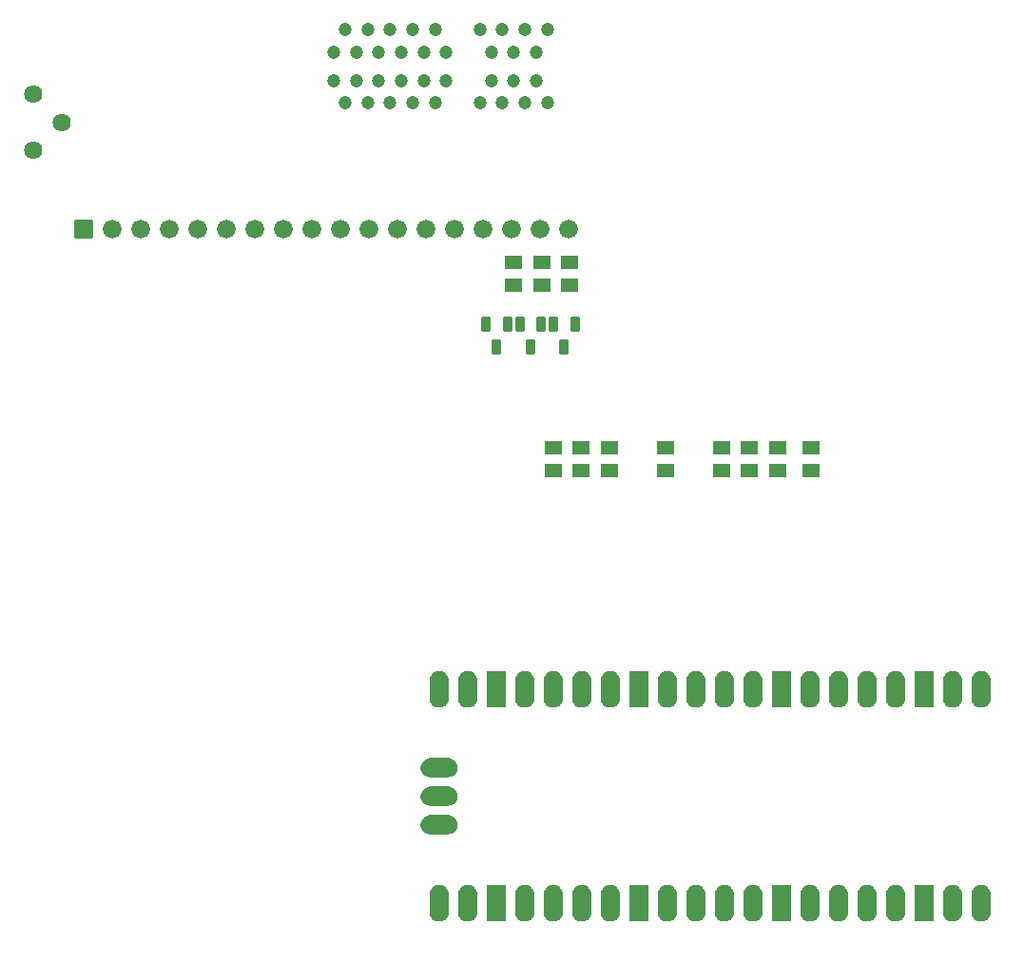
<source format=gbs>
G04 Layer: BottomSolderMaskLayer*
G04 EasyEDA v6.5.20, 2023-09-17 03:17:05*
G04 a67cddfb3fce44daa9051d46cbbcc19f,10*
G04 Gerber Generator version 0.2*
G04 Scale: 100 percent, Rotated: No, Reflected: No *
G04 Dimensions in millimeters *
G04 leading zeros omitted , absolute positions ,4 integer and 5 decimal *
%FSLAX45Y45*%
%MOMM*%

%AMMACRO1*1,1,$1,$2,$3*1,1,$1,$4,$5*1,1,$1,0-$2,0-$3*1,1,$1,0-$4,0-$5*20,1,$1,$2,$3,$4,$5,0*20,1,$1,$4,$5,0-$2,0-$3,0*20,1,$1,0-$2,0-$3,0-$4,0-$5,0*20,1,$1,0-$4,0-$5,$2,$3,0*4,1,4,$2,$3,$4,$5,0-$2,0-$3,0-$4,0-$5,$2,$3,0*%
%AMMACRO2*4,1,4,-0.8509,-1.6497,-0.8509,1.6497,0.8509,1.6497,0.8509,-1.6497,-0.8509,-1.6497,0*%
%ADD10C,1.2016*%
%ADD11MACRO1,0.1016X-0.7874X-0.7874X-0.7874X0.7874*%
%ADD12C,1.6764*%
%ADD13C,1.6256*%
%ADD14MACRO1,0.1016X0.35X-0.625X0.35X0.625*%
%ADD15MACRO1,0.1016X0.6885X0.5663X-0.6885X0.5663*%
%ADD16MACRO1,0.1016X0.6885X-0.5663X-0.6885X-0.5663*%
%ADD17MACRO1,0.1016X-0.6885X-0.5663X0.6885X-0.5663*%
%ADD18MACRO1,0.1016X-0.6885X0.5663X0.6885X0.5663*%
%ADD19MACRO2*%
%ADD20C,0.0155*%

%LPD*%
D10*
G01*
X4150106Y8674862D03*
G01*
X4350105Y8674862D03*
G01*
X4550105Y8674862D03*
G01*
X4750130Y8674862D03*
G01*
X4950129Y8674862D03*
G01*
X5350129Y8674862D03*
G01*
X5550128Y8674862D03*
G01*
X5750128Y8674862D03*
G01*
X5950127Y8674862D03*
G01*
X4050106Y8874861D03*
G01*
X4250105Y8874861D03*
G01*
X4450105Y8874861D03*
G01*
X4650104Y8874861D03*
G01*
X4850104Y8874861D03*
G01*
X5050104Y8874861D03*
G01*
X5450103Y8874861D03*
G01*
X5650102Y8874861D03*
G01*
X5850102Y8874861D03*
G01*
X5950102Y9324873D03*
G01*
X5850102Y9124873D03*
G01*
X5750102Y9324873D03*
G01*
X5650102Y9124873D03*
G01*
X5550103Y9324873D03*
G01*
X5350103Y9324873D03*
G01*
X5450103Y9124873D03*
G01*
X5050104Y9124873D03*
G01*
X4950104Y9324873D03*
G01*
X4850104Y9124873D03*
G01*
X4750104Y9324873D03*
G01*
X4650104Y9124873D03*
G01*
X4550105Y9324873D03*
G01*
X4450105Y9124873D03*
G01*
X4350105Y9324873D03*
G01*
X4250105Y9124873D03*
G01*
X4150106Y9324873D03*
G01*
X4050106Y9124873D03*
D11*
G01*
X1824888Y7549972D03*
D12*
G01*
X2078888Y7549972D03*
G01*
X2332888Y7549972D03*
G01*
X2586888Y7549972D03*
G01*
X2840888Y7549972D03*
G01*
X3094888Y7549972D03*
G01*
X3348888Y7549972D03*
G01*
X3602888Y7549972D03*
G01*
X3856888Y7549972D03*
G01*
X4110888Y7549972D03*
G01*
X4364888Y7549972D03*
G01*
X4618888Y7549972D03*
G01*
X4872888Y7549972D03*
G01*
X5126888Y7549972D03*
G01*
X5380888Y7549972D03*
G01*
X5634888Y7549972D03*
G01*
X5888888Y7549972D03*
G01*
X6142888Y7549972D03*
D13*
G01*
X1624990Y8499957D03*
G01*
X1375003Y8249970D03*
G01*
X1375003Y8749969D03*
D14*
G01*
X6004991Y6699986D03*
G01*
X6194982Y6699986D03*
G01*
X6099986Y6499987D03*
G01*
X5704992Y6699986D03*
G01*
X5894983Y6699986D03*
G01*
X5799987Y6499987D03*
G01*
X5404993Y6699986D03*
G01*
X5594983Y6699986D03*
G01*
X5499987Y6499987D03*
D15*
G01*
X5899988Y7049980D03*
D16*
G01*
X5899988Y7249990D03*
D15*
G01*
X5649988Y7049980D03*
D16*
G01*
X5649988Y7249990D03*
D15*
G01*
X6149987Y7049980D03*
D16*
G01*
X6149987Y7249990D03*
D17*
G01*
X5999987Y5599993D03*
D18*
G01*
X5999987Y5399984D03*
D17*
G01*
X6249923Y5599993D03*
D18*
G01*
X6249923Y5399984D03*
D17*
G01*
X6500114Y5599993D03*
D18*
G01*
X6500114Y5399984D03*
D17*
G01*
X6999985Y5599993D03*
D18*
G01*
X6999985Y5399984D03*
D17*
G01*
X7500112Y5599993D03*
D18*
G01*
X7500112Y5399984D03*
D17*
G01*
X7750047Y5599993D03*
D18*
G01*
X7750047Y5399984D03*
D17*
G01*
X7999984Y5599993D03*
D18*
G01*
X7999984Y5399984D03*
D17*
G01*
X8299958Y5599993D03*
D18*
G01*
X8299958Y5399984D03*
G36*
X9813036Y3287521D02*
G01*
X9802622Y3288029D01*
X9792715Y3289807D01*
X9782809Y3292855D01*
X9773411Y3297173D01*
X9764775Y3302507D01*
X9756647Y3308857D01*
X9749281Y3315970D01*
X9742931Y3324097D01*
X9737597Y3332987D01*
X9733534Y3342386D01*
X9730486Y3352037D01*
X9728454Y3362197D01*
X9727945Y3372357D01*
X9727945Y3532631D01*
X9728454Y3542792D01*
X9730486Y3552952D01*
X9733534Y3562604D01*
X9737597Y3572002D01*
X9742931Y3580892D01*
X9749281Y3589020D01*
X9756647Y3596131D01*
X9764775Y3602481D01*
X9773411Y3607815D01*
X9782809Y3612134D01*
X9792715Y3615181D01*
X9802622Y3616960D01*
X9813036Y3617468D01*
X9823195Y3616960D01*
X9833356Y3615181D01*
X9843261Y3612134D01*
X9852406Y3607815D01*
X9861295Y3602481D01*
X9869424Y3596131D01*
X9876536Y3589020D01*
X9882886Y3580892D01*
X9888220Y3572002D01*
X9892538Y3562604D01*
X9895586Y3552952D01*
X9897363Y3542792D01*
X9898125Y3532631D01*
X9898125Y3372357D01*
X9897363Y3362197D01*
X9895586Y3352037D01*
X9892538Y3342386D01*
X9888220Y3332987D01*
X9882886Y3324097D01*
X9876536Y3315970D01*
X9869424Y3308857D01*
X9861295Y3302507D01*
X9852659Y3297173D01*
X9843261Y3292855D01*
X9833356Y3289807D01*
X9823195Y3288029D01*
G37*
G36*
X9559036Y3287521D02*
G01*
X9548622Y3288029D01*
X9538715Y3289807D01*
X9528809Y3292855D01*
X9519411Y3297173D01*
X9510775Y3302507D01*
X9502647Y3308857D01*
X9495281Y3315970D01*
X9488931Y3324097D01*
X9483597Y3332987D01*
X9479534Y3342386D01*
X9476486Y3352037D01*
X9474454Y3362197D01*
X9473945Y3372357D01*
X9473945Y3532631D01*
X9474454Y3542792D01*
X9476486Y3552952D01*
X9479534Y3562604D01*
X9483597Y3572002D01*
X9488931Y3580892D01*
X9495281Y3589020D01*
X9502647Y3596131D01*
X9510775Y3602481D01*
X9519411Y3607815D01*
X9528809Y3612134D01*
X9538715Y3615181D01*
X9548622Y3616960D01*
X9559036Y3617468D01*
X9569195Y3616960D01*
X9579356Y3615181D01*
X9589261Y3612134D01*
X9598406Y3607815D01*
X9607295Y3602481D01*
X9615424Y3596131D01*
X9622536Y3589020D01*
X9628886Y3580892D01*
X9634220Y3572002D01*
X9638538Y3562604D01*
X9641586Y3552952D01*
X9643363Y3542792D01*
X9644125Y3532631D01*
X9644125Y3372357D01*
X9643363Y3362197D01*
X9641586Y3352037D01*
X9638538Y3342386D01*
X9634220Y3332987D01*
X9628886Y3324097D01*
X9622536Y3315970D01*
X9615424Y3308857D01*
X9607295Y3302507D01*
X9598659Y3297173D01*
X9589261Y3292855D01*
X9579356Y3289807D01*
X9569195Y3288029D01*
G37*
D19*
G01*
X9305035Y3452494D03*
G36*
X9051036Y3287521D02*
G01*
X9040622Y3288029D01*
X9030715Y3289807D01*
X9020809Y3292855D01*
X9011411Y3297173D01*
X9002775Y3302507D01*
X8994647Y3308857D01*
X8987281Y3315970D01*
X8980931Y3324097D01*
X8975597Y3332987D01*
X8971534Y3342386D01*
X8968486Y3352037D01*
X8966454Y3362197D01*
X8965945Y3372357D01*
X8965945Y3532631D01*
X8966454Y3542792D01*
X8968486Y3552952D01*
X8971534Y3562604D01*
X8975597Y3572002D01*
X8980931Y3580892D01*
X8987281Y3589020D01*
X8994647Y3596131D01*
X9002775Y3602481D01*
X9011411Y3607815D01*
X9020809Y3612134D01*
X9030715Y3615181D01*
X9040622Y3616960D01*
X9051036Y3617468D01*
X9061195Y3616960D01*
X9071356Y3615181D01*
X9081261Y3612134D01*
X9090406Y3607815D01*
X9099295Y3602481D01*
X9107424Y3596131D01*
X9114536Y3589020D01*
X9120886Y3580892D01*
X9126220Y3572002D01*
X9130538Y3562604D01*
X9133586Y3552952D01*
X9135363Y3542792D01*
X9136125Y3532631D01*
X9136125Y3372357D01*
X9135363Y3362197D01*
X9133586Y3352037D01*
X9130538Y3342386D01*
X9126220Y3332987D01*
X9120886Y3324097D01*
X9114536Y3315970D01*
X9107424Y3308857D01*
X9099295Y3302507D01*
X9090659Y3297173D01*
X9081261Y3292855D01*
X9071356Y3289807D01*
X9061195Y3288029D01*
G37*
G36*
X8797036Y3287521D02*
G01*
X8786622Y3288029D01*
X8776715Y3289807D01*
X8766809Y3292855D01*
X8757411Y3297173D01*
X8748775Y3302507D01*
X8740647Y3308857D01*
X8733281Y3315970D01*
X8726931Y3324097D01*
X8721597Y3332987D01*
X8717534Y3342386D01*
X8714486Y3352037D01*
X8712454Y3362197D01*
X8711945Y3372357D01*
X8711945Y3532631D01*
X8712454Y3542792D01*
X8714486Y3552952D01*
X8717534Y3562604D01*
X8721597Y3572002D01*
X8726931Y3580892D01*
X8733281Y3589020D01*
X8740647Y3596131D01*
X8748775Y3602481D01*
X8757411Y3607815D01*
X8766809Y3612134D01*
X8776715Y3615181D01*
X8786622Y3616960D01*
X8797036Y3617468D01*
X8807195Y3616960D01*
X8817356Y3615181D01*
X8827261Y3612134D01*
X8836406Y3607815D01*
X8845295Y3602481D01*
X8853424Y3596131D01*
X8860536Y3589020D01*
X8866886Y3580892D01*
X8872220Y3572002D01*
X8876538Y3562604D01*
X8879586Y3552952D01*
X8881363Y3542792D01*
X8882125Y3532631D01*
X8882125Y3372357D01*
X8881363Y3362197D01*
X8879586Y3352037D01*
X8876538Y3342386D01*
X8872220Y3332987D01*
X8866886Y3324097D01*
X8860536Y3315970D01*
X8853424Y3308857D01*
X8845295Y3302507D01*
X8836659Y3297173D01*
X8827261Y3292855D01*
X8817356Y3289807D01*
X8807195Y3288029D01*
G37*
G36*
X8543036Y3287521D02*
G01*
X8532622Y3288029D01*
X8522715Y3289807D01*
X8512809Y3292855D01*
X8503411Y3297173D01*
X8494775Y3302507D01*
X8486647Y3308857D01*
X8479281Y3315970D01*
X8472931Y3324097D01*
X8467597Y3332987D01*
X8463534Y3342386D01*
X8460486Y3352037D01*
X8458454Y3362197D01*
X8457945Y3372357D01*
X8457945Y3532631D01*
X8458454Y3542792D01*
X8460486Y3552952D01*
X8463534Y3562604D01*
X8467597Y3572002D01*
X8472931Y3580892D01*
X8479281Y3589020D01*
X8486647Y3596131D01*
X8494775Y3602481D01*
X8503411Y3607815D01*
X8512809Y3612134D01*
X8522715Y3615181D01*
X8532622Y3616960D01*
X8543036Y3617468D01*
X8553195Y3616960D01*
X8563356Y3615181D01*
X8573261Y3612134D01*
X8582406Y3607815D01*
X8591295Y3602481D01*
X8599424Y3596131D01*
X8606536Y3589020D01*
X8612886Y3580892D01*
X8618220Y3572002D01*
X8622538Y3562604D01*
X8625586Y3552952D01*
X8627363Y3542792D01*
X8628125Y3532631D01*
X8628125Y3372357D01*
X8627363Y3362197D01*
X8625586Y3352037D01*
X8622538Y3342386D01*
X8618220Y3332987D01*
X8612886Y3324097D01*
X8606536Y3315970D01*
X8599424Y3308857D01*
X8591295Y3302507D01*
X8582659Y3297173D01*
X8573261Y3292855D01*
X8563356Y3289807D01*
X8553195Y3288029D01*
G37*
G36*
X8289036Y3287521D02*
G01*
X8278622Y3288029D01*
X8268715Y3289807D01*
X8258809Y3292855D01*
X8249411Y3297173D01*
X8240775Y3302507D01*
X8232647Y3308857D01*
X8225281Y3315970D01*
X8218931Y3324097D01*
X8213597Y3332987D01*
X8209534Y3342386D01*
X8206486Y3352037D01*
X8204454Y3362197D01*
X8203945Y3372357D01*
X8203945Y3532631D01*
X8204454Y3542792D01*
X8206486Y3552952D01*
X8209534Y3562604D01*
X8213597Y3572002D01*
X8218931Y3580892D01*
X8225281Y3589020D01*
X8232647Y3596131D01*
X8240775Y3602481D01*
X8249411Y3607815D01*
X8258809Y3612134D01*
X8268715Y3615181D01*
X8278622Y3616960D01*
X8289036Y3617468D01*
X8299195Y3616960D01*
X8309356Y3615181D01*
X8319261Y3612134D01*
X8328406Y3607815D01*
X8337295Y3602481D01*
X8345424Y3596131D01*
X8352536Y3589020D01*
X8358886Y3580892D01*
X8364220Y3572002D01*
X8368538Y3562604D01*
X8371586Y3552952D01*
X8373363Y3542792D01*
X8374125Y3532631D01*
X8374125Y3372357D01*
X8373363Y3362197D01*
X8371586Y3352037D01*
X8368538Y3342386D01*
X8364220Y3332987D01*
X8358886Y3324097D01*
X8352536Y3315970D01*
X8345424Y3308857D01*
X8337295Y3302507D01*
X8328659Y3297173D01*
X8319261Y3292855D01*
X8309356Y3289807D01*
X8299195Y3288029D01*
G37*
G01*
X8035035Y3452494D03*
G36*
X7781036Y3287521D02*
G01*
X7770622Y3288029D01*
X7760715Y3289807D01*
X7750809Y3292855D01*
X7741411Y3297173D01*
X7732775Y3302507D01*
X7724647Y3308857D01*
X7717281Y3315970D01*
X7710931Y3324097D01*
X7705597Y3332987D01*
X7701534Y3342386D01*
X7698486Y3352037D01*
X7696454Y3362197D01*
X7695945Y3372357D01*
X7695945Y3532631D01*
X7696454Y3542792D01*
X7698486Y3552952D01*
X7701534Y3562604D01*
X7705597Y3572002D01*
X7710931Y3580892D01*
X7717281Y3589020D01*
X7724647Y3596131D01*
X7732775Y3602481D01*
X7741411Y3607815D01*
X7750809Y3612134D01*
X7760715Y3615181D01*
X7770622Y3616960D01*
X7781036Y3617468D01*
X7791195Y3616960D01*
X7801356Y3615181D01*
X7811261Y3612134D01*
X7820406Y3607815D01*
X7829295Y3602481D01*
X7837424Y3596131D01*
X7844536Y3589020D01*
X7850886Y3580892D01*
X7856220Y3572002D01*
X7860538Y3562604D01*
X7863586Y3552952D01*
X7865363Y3542792D01*
X7866125Y3532631D01*
X7866125Y3372357D01*
X7865363Y3362197D01*
X7863586Y3352037D01*
X7860538Y3342386D01*
X7856220Y3332987D01*
X7850886Y3324097D01*
X7844536Y3315970D01*
X7837424Y3308857D01*
X7829295Y3302507D01*
X7820659Y3297173D01*
X7811261Y3292855D01*
X7801356Y3289807D01*
X7791195Y3288029D01*
G37*
G36*
X7527036Y3287521D02*
G01*
X7516622Y3288029D01*
X7506715Y3289807D01*
X7496809Y3292855D01*
X7487411Y3297173D01*
X7478775Y3302507D01*
X7470647Y3308857D01*
X7463281Y3315970D01*
X7456931Y3324097D01*
X7451597Y3332987D01*
X7447534Y3342386D01*
X7444486Y3352037D01*
X7442454Y3362197D01*
X7441945Y3372357D01*
X7441945Y3532631D01*
X7442454Y3542792D01*
X7444486Y3552952D01*
X7447534Y3562604D01*
X7451597Y3572002D01*
X7456931Y3580892D01*
X7463281Y3589020D01*
X7470647Y3596131D01*
X7478775Y3602481D01*
X7487411Y3607815D01*
X7496809Y3612134D01*
X7506715Y3615181D01*
X7516622Y3616960D01*
X7527036Y3617468D01*
X7537195Y3616960D01*
X7547356Y3615181D01*
X7557261Y3612134D01*
X7566406Y3607815D01*
X7575295Y3602481D01*
X7583424Y3596131D01*
X7590536Y3589020D01*
X7596886Y3580892D01*
X7602220Y3572002D01*
X7606538Y3562604D01*
X7609586Y3552952D01*
X7611363Y3542792D01*
X7612125Y3532631D01*
X7612125Y3372357D01*
X7611363Y3362197D01*
X7609586Y3352037D01*
X7606538Y3342386D01*
X7602220Y3332987D01*
X7596886Y3324097D01*
X7590536Y3315970D01*
X7583424Y3308857D01*
X7575295Y3302507D01*
X7566659Y3297173D01*
X7557261Y3292855D01*
X7547356Y3289807D01*
X7537195Y3288029D01*
G37*
G36*
X7273036Y3287521D02*
G01*
X7262622Y3288029D01*
X7252715Y3289807D01*
X7242809Y3292855D01*
X7233411Y3297173D01*
X7224775Y3302507D01*
X7216647Y3308857D01*
X7209281Y3315970D01*
X7202931Y3324097D01*
X7197597Y3332987D01*
X7193534Y3342386D01*
X7190486Y3352037D01*
X7188454Y3362197D01*
X7187945Y3372357D01*
X7187945Y3532631D01*
X7188454Y3542792D01*
X7190486Y3552952D01*
X7193534Y3562604D01*
X7197597Y3572002D01*
X7202931Y3580892D01*
X7209281Y3589020D01*
X7216647Y3596131D01*
X7224775Y3602481D01*
X7233411Y3607815D01*
X7242809Y3612134D01*
X7252715Y3615181D01*
X7262622Y3616960D01*
X7273036Y3617468D01*
X7283195Y3616960D01*
X7293356Y3615181D01*
X7303261Y3612134D01*
X7312406Y3607815D01*
X7321295Y3602481D01*
X7329424Y3596131D01*
X7336790Y3589020D01*
X7342886Y3580892D01*
X7348220Y3572002D01*
X7352538Y3562604D01*
X7355586Y3552952D01*
X7357363Y3542792D01*
X7358125Y3532631D01*
X7358125Y3372357D01*
X7357363Y3362197D01*
X7355586Y3352037D01*
X7352538Y3342386D01*
X7348220Y3332987D01*
X7342886Y3324097D01*
X7336790Y3315970D01*
X7329424Y3308857D01*
X7321295Y3302507D01*
X7312659Y3297173D01*
X7303261Y3292855D01*
X7293356Y3289807D01*
X7283195Y3288029D01*
G37*
G36*
X7019036Y3287521D02*
G01*
X7008622Y3288029D01*
X6998715Y3289807D01*
X6988809Y3292855D01*
X6979411Y3297173D01*
X6970775Y3302507D01*
X6962647Y3308857D01*
X6955281Y3315970D01*
X6948931Y3324097D01*
X6943597Y3332987D01*
X6939534Y3342386D01*
X6936486Y3352037D01*
X6934454Y3362197D01*
X6933945Y3372357D01*
X6933945Y3532631D01*
X6934454Y3542792D01*
X6936486Y3552952D01*
X6939534Y3562604D01*
X6943597Y3572002D01*
X6948931Y3580892D01*
X6955281Y3589020D01*
X6962647Y3596131D01*
X6970775Y3602481D01*
X6979411Y3607815D01*
X6988809Y3612134D01*
X6998715Y3615181D01*
X7008622Y3616960D01*
X7019036Y3617468D01*
X7029195Y3616960D01*
X7039356Y3615181D01*
X7049261Y3612134D01*
X7058406Y3607815D01*
X7067295Y3602481D01*
X7075424Y3596131D01*
X7082790Y3589020D01*
X7088886Y3580892D01*
X7094220Y3572002D01*
X7098538Y3562604D01*
X7101586Y3552952D01*
X7103363Y3542792D01*
X7104125Y3532631D01*
X7104125Y3372357D01*
X7103363Y3362197D01*
X7101586Y3352037D01*
X7098538Y3342386D01*
X7094220Y3332987D01*
X7088886Y3324097D01*
X7082790Y3315970D01*
X7075424Y3308857D01*
X7067295Y3302507D01*
X7058659Y3297173D01*
X7049261Y3292855D01*
X7039356Y3289807D01*
X7029195Y3288029D01*
G37*
G01*
X6765035Y3452494D03*
G36*
X6511036Y3287521D02*
G01*
X6500622Y3288029D01*
X6490715Y3289807D01*
X6480809Y3292855D01*
X6471411Y3297173D01*
X6462775Y3302507D01*
X6454647Y3308857D01*
X6447281Y3315970D01*
X6440931Y3324097D01*
X6435597Y3332987D01*
X6431534Y3342386D01*
X6428486Y3352037D01*
X6426454Y3362197D01*
X6425945Y3372357D01*
X6425945Y3532631D01*
X6426454Y3542792D01*
X6428486Y3552952D01*
X6431534Y3562604D01*
X6435597Y3572002D01*
X6440931Y3580892D01*
X6447281Y3589020D01*
X6454647Y3596131D01*
X6462775Y3602481D01*
X6471411Y3607815D01*
X6480809Y3612134D01*
X6490715Y3615181D01*
X6500622Y3616960D01*
X6511036Y3617468D01*
X6521195Y3616960D01*
X6531356Y3615181D01*
X6541261Y3612134D01*
X6550406Y3607815D01*
X6559295Y3602481D01*
X6567424Y3596131D01*
X6574790Y3589020D01*
X6580886Y3580892D01*
X6586220Y3572002D01*
X6590538Y3562604D01*
X6593586Y3552952D01*
X6595363Y3542792D01*
X6596125Y3532631D01*
X6596125Y3372357D01*
X6595363Y3362197D01*
X6593586Y3352037D01*
X6590538Y3342386D01*
X6586220Y3332987D01*
X6580886Y3324097D01*
X6574790Y3315970D01*
X6567424Y3308857D01*
X6559295Y3302507D01*
X6550659Y3297173D01*
X6541261Y3292855D01*
X6531356Y3289807D01*
X6521195Y3288029D01*
G37*
G36*
X6257036Y3287521D02*
G01*
X6246622Y3288029D01*
X6236715Y3289807D01*
X6226809Y3292855D01*
X6217411Y3297173D01*
X6208522Y3302507D01*
X6200647Y3308857D01*
X6193281Y3315970D01*
X6186931Y3324097D01*
X6181597Y3332987D01*
X6177534Y3342386D01*
X6174486Y3352037D01*
X6172454Y3362197D01*
X6171945Y3372357D01*
X6171945Y3532631D01*
X6172454Y3542792D01*
X6174486Y3552952D01*
X6177534Y3562604D01*
X6181597Y3572002D01*
X6186931Y3580892D01*
X6193281Y3589020D01*
X6200647Y3596131D01*
X6208775Y3602481D01*
X6217411Y3607815D01*
X6226809Y3612134D01*
X6236715Y3615181D01*
X6246622Y3616960D01*
X6257036Y3617468D01*
X6267195Y3616960D01*
X6277356Y3615181D01*
X6287261Y3612134D01*
X6296406Y3607815D01*
X6305295Y3602481D01*
X6313424Y3596131D01*
X6320790Y3589020D01*
X6326886Y3580892D01*
X6332220Y3572002D01*
X6336538Y3562604D01*
X6339586Y3552952D01*
X6341363Y3542792D01*
X6342125Y3532631D01*
X6342125Y3372357D01*
X6341363Y3362197D01*
X6339586Y3352037D01*
X6336538Y3342386D01*
X6332220Y3332987D01*
X6326886Y3324097D01*
X6320790Y3315970D01*
X6313424Y3308857D01*
X6305295Y3302507D01*
X6296659Y3297173D01*
X6287261Y3292855D01*
X6277356Y3289807D01*
X6267195Y3288029D01*
G37*
G36*
X6003036Y3287521D02*
G01*
X5992622Y3288029D01*
X5982715Y3289807D01*
X5972809Y3292855D01*
X5963411Y3297173D01*
X5954522Y3302507D01*
X5946647Y3308857D01*
X5939281Y3315970D01*
X5932931Y3324097D01*
X5927597Y3332987D01*
X5923534Y3342386D01*
X5920486Y3352037D01*
X5918454Y3362197D01*
X5917945Y3372357D01*
X5917945Y3532631D01*
X5918454Y3542792D01*
X5920486Y3552952D01*
X5923534Y3562604D01*
X5927597Y3572002D01*
X5932931Y3580892D01*
X5939281Y3589020D01*
X5946647Y3596131D01*
X5954775Y3602481D01*
X5963411Y3607815D01*
X5972809Y3612134D01*
X5982715Y3615181D01*
X5992622Y3616960D01*
X6003036Y3617468D01*
X6013195Y3616960D01*
X6023356Y3615181D01*
X6033261Y3612134D01*
X6042406Y3607815D01*
X6051295Y3602481D01*
X6059424Y3596131D01*
X6066790Y3589020D01*
X6072886Y3580892D01*
X6078220Y3572002D01*
X6082538Y3562604D01*
X6085586Y3552952D01*
X6087363Y3542792D01*
X6088125Y3532631D01*
X6088125Y3372357D01*
X6087363Y3362197D01*
X6085586Y3352037D01*
X6082538Y3342386D01*
X6078220Y3332987D01*
X6072886Y3324097D01*
X6066790Y3315970D01*
X6059424Y3308857D01*
X6051295Y3302507D01*
X6042659Y3297173D01*
X6033261Y3292855D01*
X6023356Y3289807D01*
X6013195Y3288029D01*
G37*
G36*
X5749036Y3287521D02*
G01*
X5738622Y3288029D01*
X5728715Y3289807D01*
X5718809Y3292855D01*
X5709411Y3297173D01*
X5700522Y3302507D01*
X5692647Y3308857D01*
X5685281Y3315970D01*
X5678931Y3324097D01*
X5673597Y3332987D01*
X5669534Y3342386D01*
X5666486Y3352037D01*
X5664454Y3362197D01*
X5663945Y3372357D01*
X5663945Y3532631D01*
X5664454Y3542792D01*
X5666486Y3552952D01*
X5669534Y3562604D01*
X5673597Y3572002D01*
X5678931Y3580892D01*
X5685281Y3589020D01*
X5692647Y3596131D01*
X5700775Y3602481D01*
X5709411Y3607815D01*
X5718809Y3612134D01*
X5728715Y3615181D01*
X5738622Y3616960D01*
X5749036Y3617468D01*
X5759195Y3616960D01*
X5769356Y3615181D01*
X5779261Y3612134D01*
X5788406Y3607815D01*
X5797295Y3602481D01*
X5805424Y3596131D01*
X5812790Y3589020D01*
X5818886Y3580892D01*
X5824220Y3572002D01*
X5828538Y3562604D01*
X5831586Y3552952D01*
X5833363Y3542792D01*
X5834125Y3532631D01*
X5834125Y3372357D01*
X5833363Y3362197D01*
X5831586Y3352037D01*
X5828538Y3342386D01*
X5824220Y3332987D01*
X5818886Y3324097D01*
X5812790Y3315970D01*
X5805424Y3308857D01*
X5797295Y3302507D01*
X5788659Y3297173D01*
X5779261Y3292855D01*
X5769356Y3289807D01*
X5759195Y3288029D01*
G37*
G01*
X5495035Y3452494D03*
G36*
X5241036Y3287521D02*
G01*
X5230875Y3288029D01*
X5220715Y3289807D01*
X5210809Y3292855D01*
X5201411Y3297173D01*
X5192522Y3302507D01*
X5184647Y3308857D01*
X5177281Y3315970D01*
X5170931Y3324097D01*
X5165597Y3332987D01*
X5161534Y3342386D01*
X5158486Y3352037D01*
X5156454Y3362197D01*
X5155945Y3372357D01*
X5155945Y3532631D01*
X5156454Y3542792D01*
X5158486Y3552952D01*
X5161534Y3562604D01*
X5165597Y3572002D01*
X5170931Y3580892D01*
X5177281Y3589020D01*
X5184647Y3596131D01*
X5192775Y3602481D01*
X5201411Y3607815D01*
X5210809Y3612134D01*
X5220715Y3615181D01*
X5230875Y3616960D01*
X5241036Y3617468D01*
X5251195Y3616960D01*
X5261356Y3615181D01*
X5271261Y3612134D01*
X5280406Y3607815D01*
X5289295Y3602481D01*
X5297424Y3596131D01*
X5304790Y3589020D01*
X5310886Y3580892D01*
X5316220Y3572002D01*
X5320538Y3562604D01*
X5323586Y3552952D01*
X5325363Y3542792D01*
X5326125Y3532631D01*
X5326125Y3372357D01*
X5325363Y3362197D01*
X5323586Y3352037D01*
X5320538Y3342386D01*
X5316220Y3332987D01*
X5310886Y3324097D01*
X5304790Y3315970D01*
X5297424Y3308857D01*
X5289295Y3302507D01*
X5280659Y3297173D01*
X5271261Y3292855D01*
X5261356Y3289807D01*
X5251195Y3288029D01*
G37*
G36*
X4987036Y3287521D02*
G01*
X4976875Y3288029D01*
X4966715Y3289807D01*
X4956809Y3292855D01*
X4947411Y3297173D01*
X4938522Y3302507D01*
X4930647Y3308857D01*
X4923281Y3315970D01*
X4916931Y3324097D01*
X4911597Y3332987D01*
X4907534Y3342386D01*
X4904486Y3352037D01*
X4902454Y3362197D01*
X4901945Y3372357D01*
X4901945Y3532631D01*
X4902454Y3542792D01*
X4904486Y3552952D01*
X4907534Y3562604D01*
X4911597Y3572002D01*
X4916931Y3580892D01*
X4923281Y3589020D01*
X4930647Y3596131D01*
X4938775Y3602481D01*
X4947411Y3607815D01*
X4956809Y3612134D01*
X4966715Y3615181D01*
X4976875Y3616960D01*
X4987036Y3617468D01*
X4997195Y3616960D01*
X5007356Y3615181D01*
X5017261Y3612134D01*
X5026406Y3607815D01*
X5035295Y3602481D01*
X5043424Y3596131D01*
X5050790Y3589020D01*
X5056886Y3580892D01*
X5062220Y3572002D01*
X5066538Y3562604D01*
X5069586Y3552952D01*
X5071363Y3542792D01*
X5072125Y3532631D01*
X5072125Y3372357D01*
X5071363Y3362197D01*
X5069586Y3352037D01*
X5066538Y3342386D01*
X5062220Y3332987D01*
X5056886Y3324097D01*
X5050790Y3315970D01*
X5043424Y3308857D01*
X5035295Y3302507D01*
X5026659Y3297173D01*
X5017261Y3292855D01*
X5007356Y3289807D01*
X4997195Y3288029D01*
G37*
G36*
X4987036Y1382521D02*
G01*
X4976875Y1383029D01*
X4966715Y1384807D01*
X4956809Y1387855D01*
X4947411Y1392173D01*
X4938775Y1397507D01*
X4930647Y1403857D01*
X4923281Y1410970D01*
X4916931Y1419097D01*
X4911597Y1427987D01*
X4907534Y1437386D01*
X4904486Y1447037D01*
X4902454Y1457197D01*
X4901945Y1467357D01*
X4901945Y1627631D01*
X4902454Y1637792D01*
X4904486Y1647952D01*
X4907534Y1657604D01*
X4911597Y1667002D01*
X4916931Y1675892D01*
X4923281Y1684020D01*
X4930647Y1691131D01*
X4938522Y1697481D01*
X4947411Y1702815D01*
X4956809Y1707134D01*
X4966715Y1710181D01*
X4976875Y1711960D01*
X4987036Y1712468D01*
X4997195Y1711960D01*
X5007356Y1710181D01*
X5017261Y1707134D01*
X5026659Y1702815D01*
X5035295Y1697481D01*
X5043424Y1691131D01*
X5050790Y1684020D01*
X5056886Y1675892D01*
X5062220Y1667002D01*
X5066538Y1657604D01*
X5069586Y1647952D01*
X5071363Y1637792D01*
X5072125Y1627631D01*
X5072125Y1467357D01*
X5071363Y1457197D01*
X5069586Y1447037D01*
X5066538Y1437386D01*
X5062220Y1427987D01*
X5056886Y1419097D01*
X5050790Y1410970D01*
X5043424Y1403857D01*
X5035295Y1397507D01*
X5026406Y1392173D01*
X5017261Y1387855D01*
X5007356Y1384807D01*
X4997195Y1383029D01*
G37*
G36*
X5241036Y1382521D02*
G01*
X5230875Y1383029D01*
X5220715Y1384807D01*
X5210809Y1387855D01*
X5201411Y1392173D01*
X5192775Y1397507D01*
X5184647Y1403857D01*
X5177281Y1410970D01*
X5170931Y1419097D01*
X5165597Y1427987D01*
X5161534Y1437386D01*
X5158486Y1447037D01*
X5156454Y1457197D01*
X5155945Y1467357D01*
X5155945Y1627631D01*
X5156454Y1637792D01*
X5158486Y1647952D01*
X5161534Y1657604D01*
X5165597Y1667002D01*
X5170931Y1675892D01*
X5177281Y1684020D01*
X5184647Y1691131D01*
X5192522Y1697481D01*
X5201411Y1702815D01*
X5210809Y1707134D01*
X5220715Y1710181D01*
X5230875Y1711960D01*
X5241036Y1712468D01*
X5251195Y1711960D01*
X5261356Y1710181D01*
X5271261Y1707134D01*
X5280659Y1702815D01*
X5289295Y1697481D01*
X5297424Y1691131D01*
X5304790Y1684020D01*
X5310886Y1675892D01*
X5316220Y1667002D01*
X5320538Y1657604D01*
X5323586Y1647952D01*
X5325363Y1637792D01*
X5326125Y1627631D01*
X5326125Y1467357D01*
X5325363Y1457197D01*
X5323586Y1447037D01*
X5320538Y1437386D01*
X5316220Y1427987D01*
X5310886Y1419097D01*
X5304790Y1410970D01*
X5297424Y1403857D01*
X5289295Y1397507D01*
X5280406Y1392173D01*
X5271261Y1387855D01*
X5261356Y1384807D01*
X5251195Y1383029D01*
G37*
G01*
X5495035Y1547494D03*
G36*
X5749036Y1382521D02*
G01*
X5738622Y1383029D01*
X5728715Y1384807D01*
X5718809Y1387855D01*
X5709411Y1392173D01*
X5700775Y1397507D01*
X5692647Y1403857D01*
X5685281Y1410970D01*
X5678931Y1419097D01*
X5673597Y1427987D01*
X5669534Y1437386D01*
X5666486Y1447037D01*
X5664454Y1457197D01*
X5663945Y1467357D01*
X5663945Y1627631D01*
X5664454Y1637792D01*
X5666486Y1647952D01*
X5669534Y1657604D01*
X5673597Y1667002D01*
X5678931Y1675892D01*
X5685281Y1684020D01*
X5692647Y1691131D01*
X5700522Y1697481D01*
X5709411Y1702815D01*
X5718809Y1707134D01*
X5728715Y1710181D01*
X5738622Y1711960D01*
X5749036Y1712468D01*
X5759195Y1711960D01*
X5769356Y1710181D01*
X5779261Y1707134D01*
X5788659Y1702815D01*
X5797295Y1697481D01*
X5805424Y1691131D01*
X5812790Y1684020D01*
X5818886Y1675892D01*
X5824220Y1667002D01*
X5828538Y1657604D01*
X5831586Y1647952D01*
X5833363Y1637792D01*
X5834125Y1627631D01*
X5834125Y1467357D01*
X5833363Y1457197D01*
X5831586Y1447037D01*
X5828538Y1437386D01*
X5824220Y1427987D01*
X5818886Y1419097D01*
X5812790Y1410970D01*
X5805424Y1403857D01*
X5797295Y1397507D01*
X5788406Y1392173D01*
X5779261Y1387855D01*
X5769356Y1384807D01*
X5759195Y1383029D01*
G37*
G36*
X6003036Y1382521D02*
G01*
X5992622Y1383029D01*
X5982715Y1384807D01*
X5972809Y1387855D01*
X5963411Y1392173D01*
X5954775Y1397507D01*
X5946647Y1403857D01*
X5939281Y1410970D01*
X5932931Y1419097D01*
X5927597Y1427987D01*
X5923534Y1437386D01*
X5920486Y1447037D01*
X5918454Y1457197D01*
X5917945Y1467357D01*
X5917945Y1627631D01*
X5918454Y1637792D01*
X5920486Y1647952D01*
X5923534Y1657604D01*
X5927597Y1667002D01*
X5932931Y1675892D01*
X5939281Y1684020D01*
X5946647Y1691131D01*
X5954522Y1697481D01*
X5963411Y1702815D01*
X5972809Y1707134D01*
X5982715Y1710181D01*
X5992622Y1711960D01*
X6003036Y1712468D01*
X6013195Y1711960D01*
X6023356Y1710181D01*
X6033261Y1707134D01*
X6042659Y1702815D01*
X6051295Y1697481D01*
X6059424Y1691131D01*
X6066790Y1684020D01*
X6072886Y1675892D01*
X6078220Y1667002D01*
X6082538Y1657604D01*
X6085586Y1647952D01*
X6087363Y1637792D01*
X6088125Y1627631D01*
X6088125Y1467357D01*
X6087363Y1457197D01*
X6085586Y1447037D01*
X6082538Y1437386D01*
X6078220Y1427987D01*
X6072886Y1419097D01*
X6066790Y1410970D01*
X6059424Y1403857D01*
X6051295Y1397507D01*
X6042406Y1392173D01*
X6033261Y1387855D01*
X6023356Y1384807D01*
X6013195Y1383029D01*
G37*
G36*
X6257036Y1382521D02*
G01*
X6246622Y1383029D01*
X6236715Y1384807D01*
X6226809Y1387855D01*
X6217411Y1392173D01*
X6208775Y1397507D01*
X6200647Y1403857D01*
X6193281Y1410970D01*
X6186931Y1419097D01*
X6181597Y1427987D01*
X6177534Y1437386D01*
X6174486Y1447037D01*
X6172454Y1457197D01*
X6171945Y1467357D01*
X6171945Y1627631D01*
X6172454Y1637792D01*
X6174486Y1647952D01*
X6177534Y1657604D01*
X6181597Y1667002D01*
X6186931Y1675892D01*
X6193281Y1684020D01*
X6200647Y1691131D01*
X6208522Y1697481D01*
X6217411Y1702815D01*
X6226809Y1707134D01*
X6236715Y1710181D01*
X6246622Y1711960D01*
X6257036Y1712468D01*
X6267195Y1711960D01*
X6277356Y1710181D01*
X6287261Y1707134D01*
X6296659Y1702815D01*
X6305295Y1697481D01*
X6313424Y1691131D01*
X6320790Y1684020D01*
X6326886Y1675892D01*
X6332220Y1667002D01*
X6336538Y1657604D01*
X6339586Y1647952D01*
X6341363Y1637792D01*
X6342125Y1627631D01*
X6342125Y1467357D01*
X6341363Y1457197D01*
X6339586Y1447037D01*
X6336538Y1437386D01*
X6332220Y1427987D01*
X6326886Y1419097D01*
X6320790Y1410970D01*
X6313424Y1403857D01*
X6305295Y1397507D01*
X6296406Y1392173D01*
X6287261Y1387855D01*
X6277356Y1384807D01*
X6267195Y1383029D01*
G37*
G36*
X6511036Y1382521D02*
G01*
X6500622Y1383029D01*
X6490715Y1384807D01*
X6480809Y1387855D01*
X6471411Y1392173D01*
X6462775Y1397507D01*
X6454647Y1403857D01*
X6447281Y1410970D01*
X6440931Y1419097D01*
X6435597Y1427987D01*
X6431534Y1437386D01*
X6428486Y1447037D01*
X6426454Y1457197D01*
X6425945Y1467357D01*
X6425945Y1627631D01*
X6426454Y1637792D01*
X6428486Y1647952D01*
X6431534Y1657604D01*
X6435597Y1667002D01*
X6440931Y1675892D01*
X6447281Y1684020D01*
X6454647Y1691131D01*
X6462775Y1697481D01*
X6471411Y1702815D01*
X6480809Y1707134D01*
X6490715Y1710181D01*
X6500622Y1711960D01*
X6511036Y1712468D01*
X6521195Y1711960D01*
X6531356Y1710181D01*
X6541261Y1707134D01*
X6550659Y1702815D01*
X6559295Y1697481D01*
X6567424Y1691131D01*
X6574790Y1684020D01*
X6580886Y1675892D01*
X6586220Y1667002D01*
X6590538Y1657604D01*
X6593586Y1647952D01*
X6595363Y1637792D01*
X6596125Y1627631D01*
X6596125Y1467357D01*
X6595363Y1457197D01*
X6593586Y1447037D01*
X6590538Y1437386D01*
X6586220Y1427987D01*
X6580886Y1419097D01*
X6574790Y1410970D01*
X6567424Y1403857D01*
X6559295Y1397507D01*
X6550406Y1392173D01*
X6541261Y1387855D01*
X6531356Y1384807D01*
X6521195Y1383029D01*
G37*
G01*
X6765035Y1547494D03*
G36*
X7019036Y1382521D02*
G01*
X7008622Y1383029D01*
X6998715Y1384807D01*
X6988809Y1387855D01*
X6979411Y1392173D01*
X6970775Y1397507D01*
X6962647Y1403857D01*
X6955281Y1410970D01*
X6948931Y1419097D01*
X6943597Y1427987D01*
X6939534Y1437386D01*
X6936486Y1447037D01*
X6934454Y1457197D01*
X6933945Y1467357D01*
X6933945Y1627631D01*
X6934454Y1637792D01*
X6936486Y1647952D01*
X6939534Y1657604D01*
X6943597Y1667002D01*
X6948931Y1675892D01*
X6955281Y1684020D01*
X6962647Y1691131D01*
X6970775Y1697481D01*
X6979411Y1702815D01*
X6988809Y1707134D01*
X6998715Y1710181D01*
X7008622Y1711960D01*
X7019036Y1712468D01*
X7029195Y1711960D01*
X7039356Y1710181D01*
X7049261Y1707134D01*
X7058659Y1702815D01*
X7067295Y1697481D01*
X7075424Y1691131D01*
X7082790Y1684020D01*
X7088886Y1675892D01*
X7094220Y1667002D01*
X7098538Y1657604D01*
X7101586Y1647952D01*
X7103363Y1637792D01*
X7104125Y1627631D01*
X7104125Y1467357D01*
X7103363Y1457197D01*
X7101586Y1447037D01*
X7098538Y1437386D01*
X7094220Y1427987D01*
X7088886Y1419097D01*
X7082790Y1410970D01*
X7075424Y1403857D01*
X7067295Y1397507D01*
X7058406Y1392173D01*
X7049261Y1387855D01*
X7039356Y1384807D01*
X7029195Y1383029D01*
G37*
G36*
X7273036Y1382521D02*
G01*
X7262622Y1383029D01*
X7252715Y1384807D01*
X7242809Y1387855D01*
X7233411Y1392173D01*
X7224775Y1397507D01*
X7216647Y1403857D01*
X7209281Y1410970D01*
X7202931Y1419097D01*
X7197597Y1427987D01*
X7193534Y1437386D01*
X7190486Y1447037D01*
X7188454Y1457197D01*
X7187945Y1467357D01*
X7187945Y1627631D01*
X7188454Y1637792D01*
X7190486Y1647952D01*
X7193534Y1657604D01*
X7197597Y1667002D01*
X7202931Y1675892D01*
X7209281Y1684020D01*
X7216647Y1691131D01*
X7224775Y1697481D01*
X7233411Y1702815D01*
X7242809Y1707134D01*
X7252715Y1710181D01*
X7262622Y1711960D01*
X7273036Y1712468D01*
X7283195Y1711960D01*
X7293356Y1710181D01*
X7303261Y1707134D01*
X7312659Y1702815D01*
X7321295Y1697481D01*
X7329424Y1691131D01*
X7336790Y1684020D01*
X7342886Y1675892D01*
X7348220Y1667002D01*
X7352538Y1657604D01*
X7355586Y1647952D01*
X7357363Y1637792D01*
X7358125Y1627631D01*
X7358125Y1467357D01*
X7357363Y1457197D01*
X7355586Y1447037D01*
X7352538Y1437386D01*
X7348220Y1427987D01*
X7342886Y1419097D01*
X7336790Y1410970D01*
X7329424Y1403857D01*
X7321295Y1397507D01*
X7312406Y1392173D01*
X7303261Y1387855D01*
X7293356Y1384807D01*
X7283195Y1383029D01*
G37*
G36*
X7527036Y1382521D02*
G01*
X7516622Y1383029D01*
X7506715Y1384807D01*
X7496809Y1387855D01*
X7487411Y1392173D01*
X7478775Y1397507D01*
X7470647Y1403857D01*
X7463281Y1410970D01*
X7456931Y1419097D01*
X7451597Y1427987D01*
X7447534Y1437386D01*
X7444486Y1447037D01*
X7442454Y1457197D01*
X7441945Y1467357D01*
X7441945Y1627631D01*
X7442454Y1637792D01*
X7444486Y1647952D01*
X7447534Y1657604D01*
X7451597Y1667002D01*
X7456931Y1675892D01*
X7463281Y1684020D01*
X7470647Y1691131D01*
X7478775Y1697481D01*
X7487411Y1702815D01*
X7496809Y1707134D01*
X7506715Y1710181D01*
X7516622Y1711960D01*
X7527036Y1712468D01*
X7537195Y1711960D01*
X7547356Y1710181D01*
X7557261Y1707134D01*
X7566659Y1702815D01*
X7575295Y1697481D01*
X7583424Y1691131D01*
X7590536Y1684020D01*
X7596886Y1675892D01*
X7602220Y1667002D01*
X7606538Y1657604D01*
X7609586Y1647952D01*
X7611363Y1637792D01*
X7612125Y1627631D01*
X7612125Y1467357D01*
X7611363Y1457197D01*
X7609586Y1447037D01*
X7606538Y1437386D01*
X7602220Y1427987D01*
X7596886Y1419097D01*
X7590536Y1410970D01*
X7583424Y1403857D01*
X7575295Y1397507D01*
X7566406Y1392173D01*
X7557261Y1387855D01*
X7547356Y1384807D01*
X7537195Y1383029D01*
G37*
G36*
X7781036Y1382521D02*
G01*
X7770622Y1383029D01*
X7760715Y1384807D01*
X7750809Y1387855D01*
X7741411Y1392173D01*
X7732775Y1397507D01*
X7724647Y1403857D01*
X7717281Y1410970D01*
X7710931Y1419097D01*
X7705597Y1427987D01*
X7701534Y1437386D01*
X7698486Y1447037D01*
X7696454Y1457197D01*
X7695945Y1467357D01*
X7695945Y1627631D01*
X7696454Y1637792D01*
X7698486Y1647952D01*
X7701534Y1657604D01*
X7705597Y1667002D01*
X7710931Y1675892D01*
X7717281Y1684020D01*
X7724647Y1691131D01*
X7732775Y1697481D01*
X7741411Y1702815D01*
X7750809Y1707134D01*
X7760715Y1710181D01*
X7770622Y1711960D01*
X7781036Y1712468D01*
X7791195Y1711960D01*
X7801356Y1710181D01*
X7811261Y1707134D01*
X7820659Y1702815D01*
X7829295Y1697481D01*
X7837424Y1691131D01*
X7844536Y1684020D01*
X7850886Y1675892D01*
X7856220Y1667002D01*
X7860538Y1657604D01*
X7863586Y1647952D01*
X7865363Y1637792D01*
X7866125Y1627631D01*
X7866125Y1467357D01*
X7865363Y1457197D01*
X7863586Y1447037D01*
X7860538Y1437386D01*
X7856220Y1427987D01*
X7850886Y1419097D01*
X7844536Y1410970D01*
X7837424Y1403857D01*
X7829295Y1397507D01*
X7820406Y1392173D01*
X7811261Y1387855D01*
X7801356Y1384807D01*
X7791195Y1383029D01*
G37*
G01*
X8035035Y1547494D03*
G36*
X8289036Y1382521D02*
G01*
X8278622Y1383029D01*
X8268715Y1384807D01*
X8258809Y1387855D01*
X8249411Y1392173D01*
X8240775Y1397507D01*
X8232647Y1403857D01*
X8225281Y1410970D01*
X8218931Y1419097D01*
X8213597Y1427987D01*
X8209534Y1437386D01*
X8206486Y1447037D01*
X8204454Y1457197D01*
X8203945Y1467357D01*
X8203945Y1627631D01*
X8204454Y1637792D01*
X8206486Y1647952D01*
X8209534Y1657604D01*
X8213597Y1667002D01*
X8218931Y1675892D01*
X8225281Y1684020D01*
X8232647Y1691131D01*
X8240775Y1697481D01*
X8249411Y1702815D01*
X8258809Y1707134D01*
X8268715Y1710181D01*
X8278622Y1711960D01*
X8289036Y1712468D01*
X8299195Y1711960D01*
X8309356Y1710181D01*
X8319261Y1707134D01*
X8328659Y1702815D01*
X8337295Y1697481D01*
X8345424Y1691131D01*
X8352536Y1684020D01*
X8358886Y1675892D01*
X8364220Y1667002D01*
X8368538Y1657604D01*
X8371586Y1647952D01*
X8373363Y1637792D01*
X8374125Y1627631D01*
X8374125Y1467357D01*
X8373363Y1457197D01*
X8371586Y1447037D01*
X8368538Y1437386D01*
X8364220Y1427987D01*
X8358886Y1419097D01*
X8352536Y1410970D01*
X8345424Y1403857D01*
X8337295Y1397507D01*
X8328406Y1392173D01*
X8319261Y1387855D01*
X8309356Y1384807D01*
X8299195Y1383029D01*
G37*
G36*
X8543036Y1382521D02*
G01*
X8532622Y1383029D01*
X8522715Y1384807D01*
X8512809Y1387855D01*
X8503411Y1392173D01*
X8494775Y1397507D01*
X8486647Y1403857D01*
X8479281Y1410970D01*
X8472931Y1419097D01*
X8467597Y1427987D01*
X8463534Y1437386D01*
X8460486Y1447037D01*
X8458454Y1457197D01*
X8457945Y1467357D01*
X8457945Y1627631D01*
X8458454Y1637792D01*
X8460486Y1647952D01*
X8463534Y1657604D01*
X8467597Y1667002D01*
X8472931Y1675892D01*
X8479281Y1684020D01*
X8486647Y1691131D01*
X8494775Y1697481D01*
X8503411Y1702815D01*
X8512809Y1707134D01*
X8522715Y1710181D01*
X8532622Y1711960D01*
X8543036Y1712468D01*
X8553195Y1711960D01*
X8563356Y1710181D01*
X8573261Y1707134D01*
X8582659Y1702815D01*
X8591295Y1697481D01*
X8599424Y1691131D01*
X8606536Y1684020D01*
X8612886Y1675892D01*
X8618220Y1667002D01*
X8622538Y1657604D01*
X8625586Y1647952D01*
X8627363Y1637792D01*
X8628125Y1627631D01*
X8628125Y1467357D01*
X8627363Y1457197D01*
X8625586Y1447037D01*
X8622538Y1437386D01*
X8618220Y1427987D01*
X8612886Y1419097D01*
X8606536Y1410970D01*
X8599424Y1403857D01*
X8591295Y1397507D01*
X8582406Y1392173D01*
X8573261Y1387855D01*
X8563356Y1384807D01*
X8553195Y1383029D01*
G37*
G36*
X8797036Y1382521D02*
G01*
X8786622Y1383029D01*
X8776715Y1384807D01*
X8766809Y1387855D01*
X8757411Y1392173D01*
X8748775Y1397507D01*
X8740647Y1403857D01*
X8733281Y1410970D01*
X8726931Y1419097D01*
X8721597Y1427987D01*
X8717534Y1437386D01*
X8714486Y1447037D01*
X8712454Y1457197D01*
X8711945Y1467357D01*
X8711945Y1627631D01*
X8712454Y1637792D01*
X8714486Y1647952D01*
X8717534Y1657604D01*
X8721597Y1667002D01*
X8726931Y1675892D01*
X8733281Y1684020D01*
X8740647Y1691131D01*
X8748775Y1697481D01*
X8757411Y1702815D01*
X8766809Y1707134D01*
X8776715Y1710181D01*
X8786622Y1711960D01*
X8797036Y1712468D01*
X8807195Y1711960D01*
X8817356Y1710181D01*
X8827261Y1707134D01*
X8836659Y1702815D01*
X8845295Y1697481D01*
X8853424Y1691131D01*
X8860536Y1684020D01*
X8866886Y1675892D01*
X8872220Y1667002D01*
X8876538Y1657604D01*
X8879586Y1647952D01*
X8881363Y1637792D01*
X8882125Y1627631D01*
X8882125Y1467357D01*
X8881363Y1457197D01*
X8879586Y1447037D01*
X8876538Y1437386D01*
X8872220Y1427987D01*
X8866886Y1419097D01*
X8860536Y1410970D01*
X8853424Y1403857D01*
X8845295Y1397507D01*
X8836406Y1392173D01*
X8827261Y1387855D01*
X8817356Y1384807D01*
X8807195Y1383029D01*
G37*
G36*
X9051036Y1382521D02*
G01*
X9040622Y1383029D01*
X9030715Y1384807D01*
X9020809Y1387855D01*
X9011411Y1392173D01*
X9002775Y1397507D01*
X8994647Y1403857D01*
X8987281Y1410970D01*
X8980931Y1419097D01*
X8975597Y1427987D01*
X8971534Y1437386D01*
X8968486Y1447037D01*
X8966454Y1457197D01*
X8965945Y1467357D01*
X8965945Y1627631D01*
X8966454Y1637792D01*
X8968486Y1647952D01*
X8971534Y1657604D01*
X8975597Y1667002D01*
X8980931Y1675892D01*
X8987281Y1684020D01*
X8994647Y1691131D01*
X9002775Y1697481D01*
X9011411Y1702815D01*
X9020809Y1707134D01*
X9030715Y1710181D01*
X9040622Y1711960D01*
X9051036Y1712468D01*
X9061195Y1711960D01*
X9071356Y1710181D01*
X9081261Y1707134D01*
X9090659Y1702815D01*
X9099295Y1697481D01*
X9107424Y1691131D01*
X9114536Y1684020D01*
X9120886Y1675892D01*
X9126220Y1667002D01*
X9130538Y1657604D01*
X9133586Y1647952D01*
X9135363Y1637792D01*
X9136125Y1627631D01*
X9136125Y1467357D01*
X9135363Y1457197D01*
X9133586Y1447037D01*
X9130538Y1437386D01*
X9126220Y1427987D01*
X9120886Y1419097D01*
X9114536Y1410970D01*
X9107424Y1403857D01*
X9099295Y1397507D01*
X9090406Y1392173D01*
X9081261Y1387855D01*
X9071356Y1384807D01*
X9061195Y1383029D01*
G37*
G01*
X9305035Y1547494D03*
G36*
X9559036Y1382521D02*
G01*
X9548622Y1383029D01*
X9538715Y1384807D01*
X9528809Y1387855D01*
X9519411Y1392173D01*
X9510775Y1397507D01*
X9502647Y1403857D01*
X9495281Y1410970D01*
X9488931Y1419097D01*
X9483597Y1427987D01*
X9479534Y1437386D01*
X9476486Y1447037D01*
X9474454Y1457197D01*
X9473945Y1467357D01*
X9473945Y1627631D01*
X9474454Y1637792D01*
X9476486Y1647952D01*
X9479534Y1657604D01*
X9483597Y1667002D01*
X9488931Y1675892D01*
X9495281Y1684020D01*
X9502647Y1691131D01*
X9510775Y1697481D01*
X9519411Y1702815D01*
X9528809Y1707134D01*
X9538715Y1710181D01*
X9548622Y1711960D01*
X9559036Y1712468D01*
X9569195Y1711960D01*
X9579356Y1710181D01*
X9589261Y1707134D01*
X9598659Y1702815D01*
X9607295Y1697481D01*
X9615424Y1691131D01*
X9622536Y1684020D01*
X9628886Y1675892D01*
X9634220Y1667002D01*
X9638538Y1657604D01*
X9641586Y1647952D01*
X9643363Y1637792D01*
X9644125Y1627631D01*
X9644125Y1467357D01*
X9643363Y1457197D01*
X9641586Y1447037D01*
X9638538Y1437386D01*
X9634220Y1427987D01*
X9628886Y1419097D01*
X9622536Y1410970D01*
X9615424Y1403857D01*
X9607295Y1397507D01*
X9598406Y1392173D01*
X9589261Y1387855D01*
X9579356Y1384807D01*
X9569195Y1383029D01*
G37*
G36*
X9813036Y1382521D02*
G01*
X9802622Y1383029D01*
X9792715Y1384807D01*
X9782809Y1387855D01*
X9773411Y1392173D01*
X9764775Y1397507D01*
X9756647Y1403857D01*
X9749281Y1410970D01*
X9742931Y1419097D01*
X9737597Y1427987D01*
X9733534Y1437386D01*
X9730486Y1447037D01*
X9728454Y1457197D01*
X9727945Y1467357D01*
X9727945Y1627631D01*
X9728454Y1637792D01*
X9730486Y1647952D01*
X9733534Y1657604D01*
X9737597Y1667002D01*
X9742931Y1675892D01*
X9749281Y1684020D01*
X9756647Y1691131D01*
X9764775Y1697481D01*
X9773411Y1702815D01*
X9782809Y1707134D01*
X9792715Y1710181D01*
X9802622Y1711960D01*
X9813036Y1712468D01*
X9823195Y1711960D01*
X9833356Y1710181D01*
X9843261Y1707134D01*
X9852659Y1702815D01*
X9861295Y1697481D01*
X9869424Y1691131D01*
X9876536Y1684020D01*
X9882886Y1675892D01*
X9888220Y1667002D01*
X9892538Y1657604D01*
X9895586Y1647952D01*
X9897363Y1637792D01*
X9898125Y1627631D01*
X9898125Y1467357D01*
X9897363Y1457197D01*
X9895586Y1447037D01*
X9892538Y1437386D01*
X9888220Y1427987D01*
X9882886Y1419097D01*
X9876536Y1410970D01*
X9869424Y1403857D01*
X9861295Y1397507D01*
X9852406Y1392173D01*
X9843261Y1387855D01*
X9833356Y1384807D01*
X9823195Y1383029D01*
G37*
G36*
X4906772Y2414778D02*
G01*
X4896611Y2415539D01*
X4886706Y2417318D01*
X4876800Y2420365D01*
X4867402Y2424684D01*
X4858765Y2430018D01*
X4850638Y2436368D01*
X4843272Y2443479D01*
X4836922Y2451607D01*
X4831588Y2460497D01*
X4827524Y2469895D01*
X4824475Y2479547D01*
X4822443Y2489707D01*
X4821936Y2499868D01*
X4822443Y2510281D01*
X4824475Y2520442D01*
X4827524Y2530094D01*
X4831588Y2539492D01*
X4836922Y2548381D01*
X4843272Y2556510D01*
X4850638Y2563621D01*
X4858765Y2569971D01*
X4867402Y2575305D01*
X4876800Y2579623D01*
X4886706Y2582671D01*
X4896611Y2584450D01*
X4906772Y2584957D01*
X5067045Y2584957D01*
X5077206Y2584450D01*
X5087365Y2582671D01*
X5097272Y2579623D01*
X5106415Y2575305D01*
X5115306Y2569971D01*
X5123434Y2563621D01*
X5130545Y2556510D01*
X5136895Y2548381D01*
X5142229Y2539492D01*
X5146547Y2530094D01*
X5149595Y2520442D01*
X5151374Y2510281D01*
X5152136Y2499868D01*
X5151374Y2489707D01*
X5149595Y2479547D01*
X5146547Y2469895D01*
X5142229Y2460497D01*
X5136895Y2451607D01*
X5130545Y2443479D01*
X5123434Y2436368D01*
X5115306Y2430018D01*
X5106415Y2424684D01*
X5097272Y2420365D01*
X5087365Y2417318D01*
X5077206Y2415539D01*
X5067045Y2414778D01*
G37*
G36*
X4906772Y2160778D02*
G01*
X4896611Y2161539D01*
X4886706Y2163318D01*
X4876800Y2166365D01*
X4867402Y2170684D01*
X4858765Y2176018D01*
X4850638Y2182368D01*
X4843272Y2189479D01*
X4836922Y2197607D01*
X4831588Y2206497D01*
X4827524Y2215895D01*
X4824475Y2225547D01*
X4822443Y2235707D01*
X4821936Y2245868D01*
X4822443Y2256281D01*
X4824475Y2266442D01*
X4827524Y2276094D01*
X4831588Y2285492D01*
X4836922Y2294381D01*
X4843272Y2302510D01*
X4850638Y2309621D01*
X4858765Y2315971D01*
X4867402Y2321305D01*
X4876800Y2325623D01*
X4886706Y2328671D01*
X4896611Y2330450D01*
X4906772Y2330957D01*
X5067045Y2330957D01*
X5077206Y2330450D01*
X5087365Y2328671D01*
X5097272Y2325623D01*
X5106415Y2321305D01*
X5115306Y2315971D01*
X5123434Y2309621D01*
X5130545Y2302510D01*
X5136895Y2294381D01*
X5142229Y2285492D01*
X5146547Y2276094D01*
X5149595Y2266442D01*
X5151374Y2256281D01*
X5152136Y2245868D01*
X5151374Y2235707D01*
X5149595Y2225547D01*
X5146547Y2215895D01*
X5142229Y2206497D01*
X5136895Y2197607D01*
X5130545Y2189479D01*
X5123434Y2182368D01*
X5115306Y2176018D01*
X5106415Y2170684D01*
X5097272Y2166365D01*
X5087365Y2163318D01*
X5077206Y2161539D01*
X5067045Y2160778D01*
G37*
G36*
X4906772Y2668778D02*
G01*
X4896611Y2669539D01*
X4886706Y2671318D01*
X4876800Y2674365D01*
X4867402Y2678684D01*
X4858765Y2684018D01*
X4850638Y2690368D01*
X4843272Y2697479D01*
X4836922Y2705607D01*
X4831588Y2714497D01*
X4827524Y2723895D01*
X4824475Y2733547D01*
X4822443Y2743707D01*
X4821936Y2753868D01*
X4822443Y2764281D01*
X4824475Y2774442D01*
X4827524Y2784094D01*
X4831588Y2793492D01*
X4836922Y2802381D01*
X4843272Y2810510D01*
X4850638Y2817621D01*
X4858765Y2823971D01*
X4867402Y2829305D01*
X4876800Y2833623D01*
X4886706Y2836671D01*
X4896611Y2838450D01*
X4906772Y2838957D01*
X5067045Y2838957D01*
X5077206Y2838450D01*
X5087365Y2836671D01*
X5097272Y2833623D01*
X5106415Y2829305D01*
X5115306Y2823971D01*
X5123434Y2817621D01*
X5130545Y2810510D01*
X5136895Y2802381D01*
X5142229Y2793492D01*
X5146547Y2784094D01*
X5149595Y2774442D01*
X5151374Y2764281D01*
X5152136Y2753868D01*
X5151374Y2743707D01*
X5149595Y2733547D01*
X5146547Y2723895D01*
X5142229Y2714497D01*
X5136895Y2705607D01*
X5130545Y2697479D01*
X5123434Y2690368D01*
X5115306Y2684018D01*
X5106415Y2678684D01*
X5097272Y2674365D01*
X5087365Y2671318D01*
X5077206Y2669539D01*
X5067045Y2668778D01*
G37*
M02*

</source>
